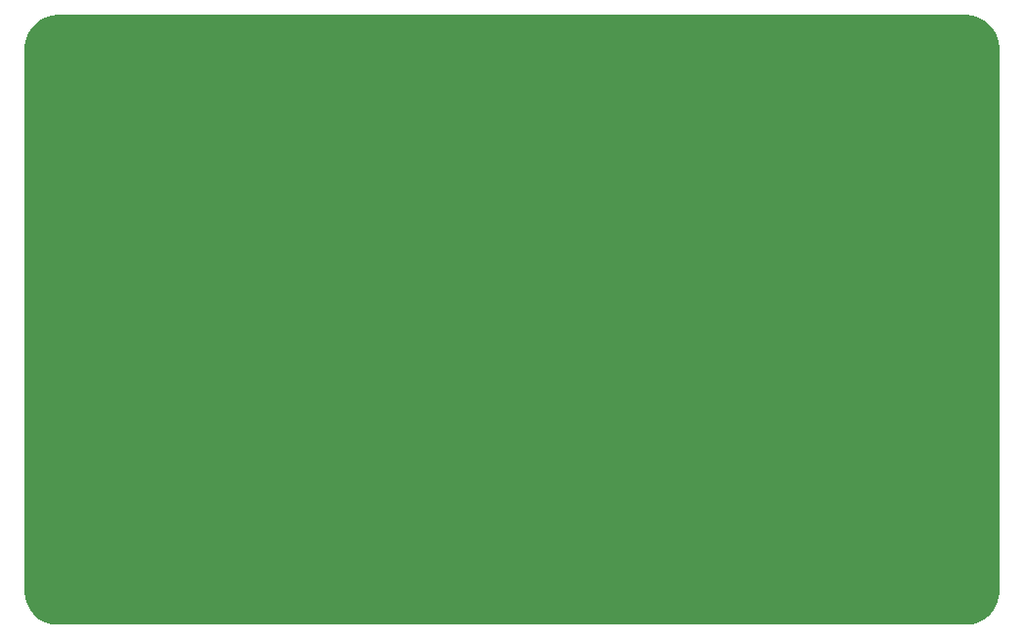
<source format=gbr>
G04*
G04 #@! TF.GenerationSoftware,Altium Limited,Altium Designer,24.9.1 (31)*
G04*
G04 Layer_Physical_Order=1*
G04 Layer_Color=255*
%FSLAX25Y25*%
%MOIN*%
G70*
G04*
G04 #@! TF.SameCoordinates,A25FCC72-9D46-4550-BA20-9C7FB643A395*
G04*
G04*
G04 #@! TF.FilePolarity,Positive*
G04*
G01*
G75*
G36*
X323343Y210461D02*
X324105D01*
X325615Y210262D01*
X327086Y209868D01*
X328493Y209285D01*
X329812Y208524D01*
X331020Y207597D01*
X332097Y206520D01*
X333024Y205311D01*
X333785Y203993D01*
X334368Y202586D01*
X334762Y201115D01*
X334961Y199605D01*
Y198843D01*
X334961Y13657D01*
X334961Y13657D01*
Y12896D01*
X334762Y11386D01*
X334368Y9915D01*
X333785Y8508D01*
X333024Y7189D01*
X332097Y5980D01*
X331020Y4904D01*
X329812Y3977D01*
X328493Y3215D01*
X327086Y2632D01*
X325615Y2238D01*
X324105Y2039D01*
X323343D01*
X13657Y2039D01*
X13657Y2039D01*
X12896D01*
X11386Y2238D01*
X9915Y2632D01*
X8508Y3215D01*
X7189Y3977D01*
X5980Y4904D01*
X4904Y5980D01*
X3977Y7189D01*
X3215Y8508D01*
X2632Y9915D01*
X2238Y11386D01*
X2039Y12896D01*
Y13657D01*
X2039Y198843D01*
X2039Y198843D01*
Y199605D01*
X2238Y201115D01*
X2632Y202586D01*
X3215Y203993D01*
X3977Y205311D01*
X4904Y206520D01*
X5980Y207597D01*
X7189Y208524D01*
X8508Y209285D01*
X9915Y209868D01*
X11386Y210262D01*
X12896Y210461D01*
X13657D01*
X323343Y210461D01*
X323343Y210461D01*
D02*
G37*
M02*

</source>
